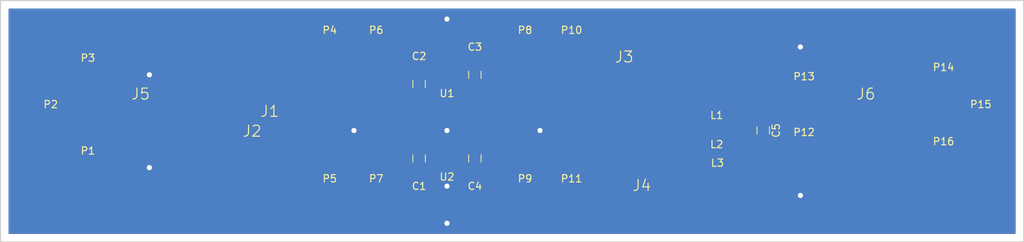
<source format=kicad_pcb>
(kicad_pcb (version 4) (host pcbnew 4.0.4-stable)

  (general
    (links 43)
    (no_connects 5)
    (area 88.824999 87.554999 228.675001 120.725001)
    (thickness 1.6)
    (drawings 6)
    (tracks 104)
    (zones 0)
    (modules 32)
    (nets 11)
  )

  (page A4)
  (layers
    (0 F.Cu signal)
    (31 B.Cu signal)
    (32 B.Adhes user)
    (33 F.Adhes user)
    (34 B.Paste user)
    (35 F.Paste user)
    (36 B.SilkS user)
    (37 F.SilkS user)
    (38 B.Mask user)
    (39 F.Mask user)
    (40 Dwgs.User user)
    (41 Cmts.User user)
    (42 Eco1.User user)
    (43 Eco2.User user)
    (44 Edge.Cuts user)
    (45 Margin user)
    (46 B.CrtYd user)
    (47 F.CrtYd user)
    (48 B.Fab user)
    (49 F.Fab user)
  )

  (setup
    (last_trace_width 0.3)
    (trace_clearance 0.15)
    (zone_clearance 0.204)
    (zone_45_only no)
    (trace_min 0.2)
    (segment_width 0.2)
    (edge_width 0.15)
    (via_size 1.5)
    (via_drill 0.7)
    (via_min_size 0.4)
    (via_min_drill 0.3)
    (uvia_size 0.3)
    (uvia_drill 0.1)
    (uvias_allowed no)
    (uvia_min_size 0.2)
    (uvia_min_drill 0.1)
    (pcb_text_width 0.3)
    (pcb_text_size 1.5 1.5)
    (mod_edge_width 0.15)
    (mod_text_size 1 1)
    (mod_text_width 0.15)
    (pad_size 1.524 1.524)
    (pad_drill 0.762)
    (pad_to_mask_clearance 0.2)
    (aux_axis_origin 0 0)
    (visible_elements 7FFFFFFF)
    (pcbplotparams
      (layerselection 0x01000_80000001)
      (usegerberextensions false)
      (excludeedgelayer true)
      (linewidth 0.100000)
      (plotframeref false)
      (viasonmask false)
      (mode 1)
      (useauxorigin false)
      (hpglpennumber 1)
      (hpglpenspeed 20)
      (hpglpendiameter 15)
      (hpglpenoverlay 2)
      (psnegative false)
      (psa4output false)
      (plotreference true)
      (plotvalue true)
      (plotinvisibletext false)
      (padsonsilk false)
      (subtractmaskfromsilk false)
      (outputformat 1)
      (mirror false)
      (drillshape 0)
      (scaleselection 1)
      (outputdirectory gerber/))
  )

  (net 0 "")
  (net 1 "Net-(C1-Pad1)")
  (net 2 GND)
  (net 3 "Net-(C2-Pad2)")
  (net 4 "Net-(C3-Pad2)")
  (net 5 "Net-(C4-Pad1)")
  (net 6 "Net-(C5-Pad1)")
  (net 7 "Net-(J1-Pad1)")
  (net 8 "Net-(J3-Pad1)")
  (net 9 "Net-(J5-Pad2)")
  (net 10 "Net-(J6-Pad1)")

  (net_class Default "This is the default net class."
    (clearance 0.15)
    (trace_width 0.3)
    (via_dia 1.5)
    (via_drill 0.7)
    (uvia_dia 0.3)
    (uvia_drill 0.1)
    (add_net "Net-(C1-Pad1)")
    (add_net "Net-(C4-Pad1)")
  )

  (net_class Power ""
    (clearance 0.2)
    (trace_width 1)
    (via_dia 1.5)
    (via_drill 0.7)
    (uvia_dia 0.3)
    (uvia_drill 0.1)
    (add_net GND)
    (add_net "Net-(C2-Pad2)")
    (add_net "Net-(C3-Pad2)")
    (add_net "Net-(C5-Pad1)")
    (add_net "Net-(J1-Pad1)")
    (add_net "Net-(J3-Pad1)")
    (add_net "Net-(J5-Pad2)")
    (add_net "Net-(J6-Pad1)")
  )

  (module Capacitors_SMD:C_0805_HandSoldering (layer F.Cu) (tedit 5908917E) (tstamp 59088F20)
    (at 146.05 109.22 90)
    (descr "Capacitor SMD 0805, hand soldering")
    (tags "capacitor 0805")
    (path /5908A277)
    (attr smd)
    (fp_text reference C1 (at -3.81 0 180) (layer F.SilkS)
      (effects (font (size 1 1) (thickness 0.15)))
    )
    (fp_text value 1.0u (at 3.81 0 180) (layer F.Fab)
      (effects (font (size 1 1) (thickness 0.15)))
    )
    (fp_text user %R (at -3.81 0 180) (layer F.Fab)
      (effects (font (size 1 1) (thickness 0.15)))
    )
    (fp_line (start -1 0.62) (end -1 -0.62) (layer F.Fab) (width 0.1))
    (fp_line (start 1 0.62) (end -1 0.62) (layer F.Fab) (width 0.1))
    (fp_line (start 1 -0.62) (end 1 0.62) (layer F.Fab) (width 0.1))
    (fp_line (start -1 -0.62) (end 1 -0.62) (layer F.Fab) (width 0.1))
    (fp_line (start 0.5 -0.85) (end -0.5 -0.85) (layer F.SilkS) (width 0.12))
    (fp_line (start -0.5 0.85) (end 0.5 0.85) (layer F.SilkS) (width 0.12))
    (fp_line (start -2.25 -0.88) (end 2.25 -0.88) (layer F.CrtYd) (width 0.05))
    (fp_line (start -2.25 -0.88) (end -2.25 0.87) (layer F.CrtYd) (width 0.05))
    (fp_line (start 2.25 0.87) (end 2.25 -0.88) (layer F.CrtYd) (width 0.05))
    (fp_line (start 2.25 0.87) (end -2.25 0.87) (layer F.CrtYd) (width 0.05))
    (pad 1 smd rect (at -1.25 0 90) (size 1.5 1.25) (layers F.Cu F.Paste F.Mask)
      (net 1 "Net-(C1-Pad1)"))
    (pad 2 smd rect (at 1.25 0 90) (size 1.5 1.25) (layers F.Cu F.Paste F.Mask)
      (net 2 GND))
    (model Capacitors_SMD.3dshapes/C_0805.wrl
      (at (xyz 0 0 0))
      (scale (xyz 1 1 1))
      (rotate (xyz 0 0 0))
    )
  )

  (module Capacitors_SMD:C_0805_HandSoldering (layer F.Cu) (tedit 5908908E) (tstamp 59088F26)
    (at 146.05 99.06 90)
    (descr "Capacitor SMD 0805, hand soldering")
    (tags "capacitor 0805")
    (path /59086FEB)
    (attr smd)
    (fp_text reference C2 (at 3.81 0 180) (layer F.SilkS)
      (effects (font (size 1 1) (thickness 0.15)))
    )
    (fp_text value 1.0u (at -3.81 0 180) (layer F.Fab)
      (effects (font (size 1 1) (thickness 0.15)))
    )
    (fp_text user %R (at 3.81 0 180) (layer F.Fab)
      (effects (font (size 1 1) (thickness 0.15)))
    )
    (fp_line (start -1 0.62) (end -1 -0.62) (layer F.Fab) (width 0.1))
    (fp_line (start 1 0.62) (end -1 0.62) (layer F.Fab) (width 0.1))
    (fp_line (start 1 -0.62) (end 1 0.62) (layer F.Fab) (width 0.1))
    (fp_line (start -1 -0.62) (end 1 -0.62) (layer F.Fab) (width 0.1))
    (fp_line (start 0.5 -0.85) (end -0.5 -0.85) (layer F.SilkS) (width 0.12))
    (fp_line (start -0.5 0.85) (end 0.5 0.85) (layer F.SilkS) (width 0.12))
    (fp_line (start -2.25 -0.88) (end 2.25 -0.88) (layer F.CrtYd) (width 0.05))
    (fp_line (start -2.25 -0.88) (end -2.25 0.87) (layer F.CrtYd) (width 0.05))
    (fp_line (start 2.25 0.87) (end 2.25 -0.88) (layer F.CrtYd) (width 0.05))
    (fp_line (start 2.25 0.87) (end -2.25 0.87) (layer F.CrtYd) (width 0.05))
    (pad 1 smd rect (at -1.25 0 90) (size 1.5 1.25) (layers F.Cu F.Paste F.Mask)
      (net 2 GND))
    (pad 2 smd rect (at 1.25 0 90) (size 1.5 1.25) (layers F.Cu F.Paste F.Mask)
      (net 3 "Net-(C2-Pad2)"))
    (model Capacitors_SMD.3dshapes/C_0805.wrl
      (at (xyz 0 0 0))
      (scale (xyz 1 1 1))
      (rotate (xyz 0 0 0))
    )
  )

  (module Capacitors_SMD:C_0805_HandSoldering (layer F.Cu) (tedit 5908962D) (tstamp 59088F2C)
    (at 153.67 97.79 270)
    (descr "Capacitor SMD 0805, hand soldering")
    (tags "capacitor 0805")
    (path /5908736E)
    (attr smd)
    (fp_text reference C3 (at -3.81 0 360) (layer F.SilkS)
      (effects (font (size 1 1) (thickness 0.15)))
    )
    (fp_text value 1.0u (at 3.81 0 360) (layer F.Fab)
      (effects (font (size 1 1) (thickness 0.15)))
    )
    (fp_text user %R (at -3.81 0 360) (layer F.Fab)
      (effects (font (size 1 1) (thickness 0.15)))
    )
    (fp_line (start -1 0.62) (end -1 -0.62) (layer F.Fab) (width 0.1))
    (fp_line (start 1 0.62) (end -1 0.62) (layer F.Fab) (width 0.1))
    (fp_line (start 1 -0.62) (end 1 0.62) (layer F.Fab) (width 0.1))
    (fp_line (start -1 -0.62) (end 1 -0.62) (layer F.Fab) (width 0.1))
    (fp_line (start 0.5 -0.85) (end -0.5 -0.85) (layer F.SilkS) (width 0.12))
    (fp_line (start -0.5 0.85) (end 0.5 0.85) (layer F.SilkS) (width 0.12))
    (fp_line (start -2.25 -0.88) (end 2.25 -0.88) (layer F.CrtYd) (width 0.05))
    (fp_line (start -2.25 -0.88) (end -2.25 0.87) (layer F.CrtYd) (width 0.05))
    (fp_line (start 2.25 0.87) (end 2.25 -0.88) (layer F.CrtYd) (width 0.05))
    (fp_line (start 2.25 0.87) (end -2.25 0.87) (layer F.CrtYd) (width 0.05))
    (pad 1 smd rect (at -1.25 0 270) (size 1.5 1.25) (layers F.Cu F.Paste F.Mask)
      (net 2 GND))
    (pad 2 smd rect (at 1.25 0 270) (size 1.5 1.25) (layers F.Cu F.Paste F.Mask)
      (net 4 "Net-(C3-Pad2)"))
    (model Capacitors_SMD.3dshapes/C_0805.wrl
      (at (xyz 0 0 0))
      (scale (xyz 1 1 1))
      (rotate (xyz 0 0 0))
    )
  )

  (module Capacitors_SMD:C_0805_HandSoldering (layer F.Cu) (tedit 59089189) (tstamp 59088F32)
    (at 153.67 109.22 90)
    (descr "Capacitor SMD 0805, hand soldering")
    (tags "capacitor 0805")
    (path /5908B4B6)
    (attr smd)
    (fp_text reference C4 (at -3.81 0 180) (layer F.SilkS)
      (effects (font (size 1 1) (thickness 0.15)))
    )
    (fp_text value 1.0u (at 3.81 0 180) (layer F.Fab)
      (effects (font (size 1 1) (thickness 0.15)))
    )
    (fp_text user %R (at -3.81 0 180) (layer F.Fab)
      (effects (font (size 1 1) (thickness 0.15)))
    )
    (fp_line (start -1 0.62) (end -1 -0.62) (layer F.Fab) (width 0.1))
    (fp_line (start 1 0.62) (end -1 0.62) (layer F.Fab) (width 0.1))
    (fp_line (start 1 -0.62) (end 1 0.62) (layer F.Fab) (width 0.1))
    (fp_line (start -1 -0.62) (end 1 -0.62) (layer F.Fab) (width 0.1))
    (fp_line (start 0.5 -0.85) (end -0.5 -0.85) (layer F.SilkS) (width 0.12))
    (fp_line (start -0.5 0.85) (end 0.5 0.85) (layer F.SilkS) (width 0.12))
    (fp_line (start -2.25 -0.88) (end 2.25 -0.88) (layer F.CrtYd) (width 0.05))
    (fp_line (start -2.25 -0.88) (end -2.25 0.87) (layer F.CrtYd) (width 0.05))
    (fp_line (start 2.25 0.87) (end 2.25 -0.88) (layer F.CrtYd) (width 0.05))
    (fp_line (start 2.25 0.87) (end -2.25 0.87) (layer F.CrtYd) (width 0.05))
    (pad 1 smd rect (at -1.25 0 90) (size 1.5 1.25) (layers F.Cu F.Paste F.Mask)
      (net 5 "Net-(C4-Pad1)"))
    (pad 2 smd rect (at 1.25 0 90) (size 1.5 1.25) (layers F.Cu F.Paste F.Mask)
      (net 2 GND))
    (model Capacitors_SMD.3dshapes/C_0805.wrl
      (at (xyz 0 0 0))
      (scale (xyz 1 1 1))
      (rotate (xyz 0 0 0))
    )
  )

  (module Capacitors_SMD:C_0805_HandSoldering (layer F.Cu) (tedit 58AA84A8) (tstamp 59088F38)
    (at 193.04 105.41 270)
    (descr "Capacitor SMD 0805, hand soldering")
    (tags "capacitor 0805")
    (path /59088105)
    (attr smd)
    (fp_text reference C5 (at 0 -1.75 270) (layer F.SilkS)
      (effects (font (size 1 1) (thickness 0.15)))
    )
    (fp_text value C (at 0 1.75 270) (layer F.Fab)
      (effects (font (size 1 1) (thickness 0.15)))
    )
    (fp_text user %R (at 0 -1.75 270) (layer F.Fab)
      (effects (font (size 1 1) (thickness 0.15)))
    )
    (fp_line (start -1 0.62) (end -1 -0.62) (layer F.Fab) (width 0.1))
    (fp_line (start 1 0.62) (end -1 0.62) (layer F.Fab) (width 0.1))
    (fp_line (start 1 -0.62) (end 1 0.62) (layer F.Fab) (width 0.1))
    (fp_line (start -1 -0.62) (end 1 -0.62) (layer F.Fab) (width 0.1))
    (fp_line (start 0.5 -0.85) (end -0.5 -0.85) (layer F.SilkS) (width 0.12))
    (fp_line (start -0.5 0.85) (end 0.5 0.85) (layer F.SilkS) (width 0.12))
    (fp_line (start -2.25 -0.88) (end 2.25 -0.88) (layer F.CrtYd) (width 0.05))
    (fp_line (start -2.25 -0.88) (end -2.25 0.87) (layer F.CrtYd) (width 0.05))
    (fp_line (start 2.25 0.87) (end 2.25 -0.88) (layer F.CrtYd) (width 0.05))
    (fp_line (start 2.25 0.87) (end -2.25 0.87) (layer F.CrtYd) (width 0.05))
    (pad 1 smd rect (at -1.25 0 270) (size 1.5 1.25) (layers F.Cu F.Paste F.Mask)
      (net 6 "Net-(C5-Pad1)"))
    (pad 2 smd rect (at 1.25 0 270) (size 1.5 1.25) (layers F.Cu F.Paste F.Mask)
      (net 2 GND))
    (model Capacitors_SMD.3dshapes/C_0805.wrl
      (at (xyz 0 0 0))
      (scale (xyz 1 1 1))
      (rotate (xyz 0 0 0))
    )
  )

  (module custom_connectors_smd:proto_header-vt-1x2-2.54mm-G_C__SABN_M30 (layer F.Cu) (tedit 58B0587B) (tstamp 59088F3E)
    (at 124.46 99.06 90)
    (descr "1x2 pin SMD header, G_C_ _SABN-M30, Male, Vertical, Unshrouded, Pitch = 2.54 mm, Pad WxH = 1.4x6.4mm")
    (tags CONN)
    (path /5908EC5E)
    (fp_text reference J1 (at -3.72 1.2 180) (layer F.SilkS)
      (effects (font (size 1.5 1.5) (thickness 0.15)))
    )
    (fp_text value Jumper (at 3.55 1.03 180) (layer F.Fab)
      (effects (font (size 1 1) (thickness 0.15)))
    )
    (fp_line (start -2.54 -4.06) (end 2.54 -4.06) (layer Eco1.User) (width 0.15))
    (fp_line (start 2.54 -4.06) (end 2.54 4.07) (layer Eco1.User) (width 0.15))
    (fp_line (start 2.54 4.07) (end -2.54 4.07) (layer Eco1.User) (width 0.15))
    (fp_line (start -2.54 4.07) (end -2.54 -4.06) (layer Eco1.User) (width 0.15))
    (pad 1 smd rect (at -1.27 -2.56 90) (size 1.4 6.4) (layers F.Cu F.Paste F.Mask Eco1.User)
      (net 7 "Net-(J1-Pad1)"))
    (pad 2 smd rect (at 1.27 2.56 90) (size 1.4 6.4) (layers F.Cu F.Paste F.Mask Eco1.User)
      (net 3 "Net-(C2-Pad2)"))
  )

  (module custom_connectors_smd:proto_header-vt-1x2-2.54mm-G_C__SABN_M30 (layer F.Cu) (tedit 58B0587B) (tstamp 59088F44)
    (at 124.46 109.22 270)
    (descr "1x2 pin SMD header, G_C_ _SABN-M30, Male, Vertical, Unshrouded, Pitch = 2.54 mm, Pad WxH = 1.4x6.4mm")
    (tags CONN)
    (path /5908F079)
    (fp_text reference J2 (at -3.72 1.2 360) (layer F.SilkS)
      (effects (font (size 1.5 1.5) (thickness 0.15)))
    )
    (fp_text value Jumper (at 3.55 1.03 360) (layer F.Fab)
      (effects (font (size 1 1) (thickness 0.15)))
    )
    (fp_line (start -2.54 -4.06) (end 2.54 -4.06) (layer Eco1.User) (width 0.15))
    (fp_line (start 2.54 -4.06) (end 2.54 4.07) (layer Eco1.User) (width 0.15))
    (fp_line (start 2.54 4.07) (end -2.54 4.07) (layer Eco1.User) (width 0.15))
    (fp_line (start -2.54 4.07) (end -2.54 -4.06) (layer Eco1.User) (width 0.15))
    (pad 1 smd rect (at -1.27 -2.56 270) (size 1.4 6.4) (layers F.Cu F.Paste F.Mask Eco1.User)
      (net 1 "Net-(C1-Pad1)"))
    (pad 2 smd rect (at 1.27 2.56 270) (size 1.4 6.4) (layers F.Cu F.Paste F.Mask Eco1.User)
      (net 7 "Net-(J1-Pad1)"))
  )

  (module custom_connectors_smd:proto_header-vt-1x2-2.54mm-G_C__SABN_M30 (layer F.Cu) (tedit 58B0587B) (tstamp 59088F4A)
    (at 175.26 99.06 270)
    (descr "1x2 pin SMD header, G_C_ _SABN-M30, Male, Vertical, Unshrouded, Pitch = 2.54 mm, Pad WxH = 1.4x6.4mm")
    (tags CONN)
    (path /5908F306)
    (fp_text reference J3 (at -3.72 1.2 360) (layer F.SilkS)
      (effects (font (size 1.5 1.5) (thickness 0.15)))
    )
    (fp_text value Jumper (at 3.55 1.03 360) (layer F.Fab)
      (effects (font (size 1 1) (thickness 0.15)))
    )
    (fp_line (start -2.54 -4.06) (end 2.54 -4.06) (layer Eco1.User) (width 0.15))
    (fp_line (start 2.54 -4.06) (end 2.54 4.07) (layer Eco1.User) (width 0.15))
    (fp_line (start 2.54 4.07) (end -2.54 4.07) (layer Eco1.User) (width 0.15))
    (fp_line (start -2.54 4.07) (end -2.54 -4.06) (layer Eco1.User) (width 0.15))
    (pad 1 smd rect (at -1.27 -2.56 270) (size 1.4 6.4) (layers F.Cu F.Paste F.Mask Eco1.User)
      (net 8 "Net-(J3-Pad1)"))
    (pad 2 smd rect (at 1.27 2.56 270) (size 1.4 6.4) (layers F.Cu F.Paste F.Mask Eco1.User)
      (net 4 "Net-(C3-Pad2)"))
  )

  (module custom_connectors_smd:proto_header-vt-1x2-2.54mm-G_C__SABN_M30 (layer F.Cu) (tedit 58B0587B) (tstamp 59088F50)
    (at 175.26 109.22 90)
    (descr "1x2 pin SMD header, G_C_ _SABN-M30, Male, Vertical, Unshrouded, Pitch = 2.54 mm, Pad WxH = 1.4x6.4mm")
    (tags CONN)
    (path /5908F297)
    (fp_text reference J4 (at -3.72 1.2 180) (layer F.SilkS)
      (effects (font (size 1.5 1.5) (thickness 0.15)))
    )
    (fp_text value Jumper (at 3.55 1.03 180) (layer F.Fab)
      (effects (font (size 1 1) (thickness 0.15)))
    )
    (fp_line (start -2.54 -4.06) (end 2.54 -4.06) (layer Eco1.User) (width 0.15))
    (fp_line (start 2.54 -4.06) (end 2.54 4.07) (layer Eco1.User) (width 0.15))
    (fp_line (start 2.54 4.07) (end -2.54 4.07) (layer Eco1.User) (width 0.15))
    (fp_line (start -2.54 4.07) (end -2.54 -4.06) (layer Eco1.User) (width 0.15))
    (pad 1 smd rect (at -1.27 -2.56 90) (size 1.4 6.4) (layers F.Cu F.Paste F.Mask Eco1.User)
      (net 5 "Net-(C4-Pad1)"))
    (pad 2 smd rect (at 1.27 2.56 90) (size 1.4 6.4) (layers F.Cu F.Paste F.Mask Eco1.User)
      (net 8 "Net-(J3-Pad1)"))
  )

  (module custom_connectors_smd:proto_header-vt-1x2-2.54mm-G_C__SABN_M30 (layer F.Cu) (tedit 58B0587B) (tstamp 59088F56)
    (at 109.22 104.14 270)
    (descr "1x2 pin SMD header, G_C_ _SABN-M30, Male, Vertical, Unshrouded, Pitch = 2.54 mm, Pad WxH = 1.4x6.4mm")
    (tags CONN)
    (path /59086A1D)
    (fp_text reference J5 (at -3.72 1.2 360) (layer F.SilkS)
      (effects (font (size 1.5 1.5) (thickness 0.15)))
    )
    (fp_text value Jumper (at 3.55 1.03 360) (layer F.Fab)
      (effects (font (size 1 1) (thickness 0.15)))
    )
    (fp_line (start -2.54 -4.06) (end 2.54 -4.06) (layer Eco1.User) (width 0.15))
    (fp_line (start 2.54 -4.06) (end 2.54 4.07) (layer Eco1.User) (width 0.15))
    (fp_line (start 2.54 4.07) (end -2.54 4.07) (layer Eco1.User) (width 0.15))
    (fp_line (start -2.54 4.07) (end -2.54 -4.06) (layer Eco1.User) (width 0.15))
    (pad 1 smd rect (at -1.27 -2.56 270) (size 1.4 6.4) (layers F.Cu F.Paste F.Mask Eco1.User)
      (net 7 "Net-(J1-Pad1)"))
    (pad 2 smd rect (at 1.27 2.56 270) (size 1.4 6.4) (layers F.Cu F.Paste F.Mask Eco1.User)
      (net 9 "Net-(J5-Pad2)"))
  )

  (module custom_connectors_smd:proto_header-vt-1x2-2.54mm-G_C__SABN_M30 (layer F.Cu) (tedit 58B0587B) (tstamp 59088F5C)
    (at 208.28 104.14 270)
    (descr "1x2 pin SMD header, G_C_ _SABN-M30, Male, Vertical, Unshrouded, Pitch = 2.54 mm, Pad WxH = 1.4x6.4mm")
    (tags CONN)
    (path /590882CB)
    (fp_text reference J6 (at -3.72 1.2 360) (layer F.SilkS)
      (effects (font (size 1.5 1.5) (thickness 0.15)))
    )
    (fp_text value Jumper (at 3.55 1.03 360) (layer F.Fab)
      (effects (font (size 1 1) (thickness 0.15)))
    )
    (fp_line (start -2.54 -4.06) (end 2.54 -4.06) (layer Eco1.User) (width 0.15))
    (fp_line (start 2.54 -4.06) (end 2.54 4.07) (layer Eco1.User) (width 0.15))
    (fp_line (start 2.54 4.07) (end -2.54 4.07) (layer Eco1.User) (width 0.15))
    (fp_line (start -2.54 4.07) (end -2.54 -4.06) (layer Eco1.User) (width 0.15))
    (pad 1 smd rect (at -1.27 -2.56 270) (size 1.4 6.4) (layers F.Cu F.Paste F.Mask Eco1.User)
      (net 10 "Net-(J6-Pad1)"))
    (pad 2 smd rect (at 1.27 2.56 270) (size 1.4 6.4) (layers F.Cu F.Paste F.Mask Eco1.User)
      (net 6 "Net-(C5-Pad1)"))
  )

  (module custom_inductors_smd:proto_inductor-smd_1210 (layer F.Cu) (tedit 58F9CC61) (tstamp 59088F62)
    (at 186.69 100.33)
    (path /59087EC0)
    (fp_text reference L1 (at 0 3) (layer F.SilkS)
      (effects (font (size 1 1) (thickness 0.15)))
    )
    (fp_text value L_Small (at 0 -3) (layer F.Fab)
      (effects (font (size 1 1) (thickness 0.15)))
    )
    (pad 2 smd rect (at 1.275 0) (size 0.85 2.7) (layers F.Cu F.Paste F.Mask)
      (net 6 "Net-(C5-Pad1)"))
    (pad 1 smd rect (at -1.275 0) (size 0.85 2.7) (layers F.Cu F.Paste F.Mask)
      (net 8 "Net-(J3-Pad1)"))
  )

  (module custom_inductors_smd:proto_inductor-smd_0805 (layer F.Cu) (tedit 58F9C653) (tstamp 59088F68)
    (at 186.69 104.14)
    (path /59087C79)
    (fp_text reference L2 (at 0 3.175) (layer F.SilkS)
      (effects (font (size 1 1) (thickness 0.15)))
    )
    (fp_text value L_Small (at 0 -3.175) (layer F.Fab)
      (effects (font (size 1 1) (thickness 0.15)))
    )
    (pad 2 smd rect (at 0.9 0) (size 0.8 1.2) (layers F.Cu F.Paste F.Mask)
      (net 6 "Net-(C5-Pad1)"))
    (pad 1 smd rect (at -0.9 0) (size 0.8 1.2) (layers F.Cu F.Paste F.Mask)
      (net 8 "Net-(J3-Pad1)"))
  )

  (module custom_inductors_smd:proto_inductor-smd_1008 (layer F.Cu) (tedit 58F9C7DD) (tstamp 59088F6E)
    (at 186.69 107.95)
    (path /59087E86)
    (fp_text reference L3 (at 0.1 1.9) (layer F.SilkS)
      (effects (font (size 1 1) (thickness 0.15)))
    )
    (fp_text value L_Small (at 0 -2) (layer F.Fab)
      (effects (font (size 1 1) (thickness 0.15)))
    )
    (pad 2 smd rect (at 1.275 0) (size 1.2 1.75) (layers F.Cu F.Paste F.Mask)
      (net 6 "Net-(C5-Pad1)"))
    (pad 1 smd rect (at -1.275 0) (size 1.2 1.75) (layers F.Cu F.Paste F.Mask)
      (net 8 "Net-(J3-Pad1)"))
  )

  (module custom_connectors_smd:proto_pad-square-3mm (layer F.Cu) (tedit 58B01219) (tstamp 59088F73)
    (at 100.33 110.49)
    (descr "3 mm square SMD Pad e.g. for soldering wires ")
    (tags CONN)
    (path /59097612)
    (fp_text reference P1 (at 0.5 -2.3) (layer F.SilkS)
      (effects (font (size 1 1) (thickness 0.15)))
    )
    (fp_text value VIN (at 0.1 2.1) (layer F.Fab)
      (effects (font (size 0.5 0.5) (thickness 0.1)))
    )
    (pad 1 smd rect (at 0 0) (size 3 3) (layers F.Cu F.Paste F.Mask)
      (net 9 "Net-(J5-Pad2)"))
  )

  (module custom_connectors_smd:proto_pad-square-3mm (layer F.Cu) (tedit 58B01219) (tstamp 59088F78)
    (at 95.25 104.14)
    (descr "3 mm square SMD Pad e.g. for soldering wires ")
    (tags CONN)
    (path /590869B1)
    (fp_text reference P2 (at 0.5 -2.3) (layer F.SilkS)
      (effects (font (size 1 1) (thickness 0.15)))
    )
    (fp_text value VIN (at 0.1 2.1) (layer F.Fab)
      (effects (font (size 0.5 0.5) (thickness 0.1)))
    )
    (pad 1 smd rect (at 0 0) (size 3 3) (layers F.Cu F.Paste F.Mask)
      (net 9 "Net-(J5-Pad2)"))
  )

  (module custom_connectors_smd:proto_pad-square-3mm (layer F.Cu) (tedit 58B01219) (tstamp 59088F7D)
    (at 100.33 97.79)
    (descr "3 mm square SMD Pad e.g. for soldering wires ")
    (tags CONN)
    (path /590867A8)
    (fp_text reference P3 (at 0.5 -2.3) (layer F.SilkS)
      (effects (font (size 1 1) (thickness 0.15)))
    )
    (fp_text value VIN (at 0.1 2.1) (layer F.Fab)
      (effects (font (size 0.5 0.5) (thickness 0.1)))
    )
    (pad 1 smd rect (at 0 0) (size 3 3) (layers F.Cu F.Paste F.Mask)
      (net 9 "Net-(J5-Pad2)"))
  )

  (module custom_connectors_smd:proto_pad-square-3mm (layer F.Cu) (tedit 58B01219) (tstamp 59088F82)
    (at 133.35 93.98)
    (descr "3 mm square SMD Pad e.g. for soldering wires ")
    (tags CONN)
    (path /590938B3)
    (fp_text reference P4 (at 0.5 -2.3) (layer F.SilkS)
      (effects (font (size 1 1) (thickness 0.15)))
    )
    (fp_text value TEST_VIN_1_1 (at 0.1 2.1) (layer F.Fab)
      (effects (font (size 0.5 0.5) (thickness 0.1)))
    )
    (pad 1 smd rect (at 0 0) (size 3 3) (layers F.Cu F.Paste F.Mask)
      (net 3 "Net-(C2-Pad2)"))
  )

  (module custom_connectors_smd:proto_pad-square-3mm (layer F.Cu) (tedit 58B01219) (tstamp 59088F87)
    (at 133.35 114.3)
    (descr "3 mm square SMD Pad e.g. for soldering wires ")
    (tags CONN)
    (path /5909391E)
    (fp_text reference P5 (at 0.5 -2.3) (layer F.SilkS)
      (effects (font (size 1 1) (thickness 0.15)))
    )
    (fp_text value TEST_VIN_2_1 (at 0.1 2.1) (layer F.Fab)
      (effects (font (size 0.5 0.5) (thickness 0.1)))
    )
    (pad 1 smd rect (at 0 0) (size 3 3) (layers F.Cu F.Paste F.Mask)
      (net 1 "Net-(C1-Pad1)"))
  )

  (module custom_connectors_smd:proto_pad-square-3mm (layer F.Cu) (tedit 58B01219) (tstamp 59088F8C)
    (at 139.7 93.98)
    (descr "3 mm square SMD Pad e.g. for soldering wires ")
    (tags CONN)
    (path /590875BE)
    (fp_text reference P6 (at 0.5 -2.3) (layer F.SilkS)
      (effects (font (size 1 1) (thickness 0.15)))
    )
    (fp_text value TEST_VIN_1_1 (at 0.1 2.1) (layer F.Fab)
      (effects (font (size 0.5 0.5) (thickness 0.1)))
    )
    (pad 1 smd rect (at 0 0) (size 3 3) (layers F.Cu F.Paste F.Mask)
      (net 3 "Net-(C2-Pad2)"))
  )

  (module custom_connectors_smd:proto_pad-square-3mm (layer F.Cu) (tedit 58B01219) (tstamp 59088F91)
    (at 139.7 114.3)
    (descr "3 mm square SMD Pad e.g. for soldering wires ")
    (tags CONN)
    (path /5908AA40)
    (fp_text reference P7 (at 0.5 -2.3) (layer F.SilkS)
      (effects (font (size 1 1) (thickness 0.15)))
    )
    (fp_text value TEST_VIN_2_2 (at 0.1 2.1) (layer F.Fab)
      (effects (font (size 0.5 0.5) (thickness 0.1)))
    )
    (pad 1 smd rect (at 0 0) (size 3 3) (layers F.Cu F.Paste F.Mask)
      (net 1 "Net-(C1-Pad1)"))
  )

  (module custom_connectors_smd:proto_pad-square-3mm (layer F.Cu) (tedit 58B01219) (tstamp 59088F96)
    (at 160.02 93.98)
    (descr "3 mm square SMD Pad e.g. for soldering wires ")
    (tags CONN)
    (path /590878DE)
    (fp_text reference P8 (at 0.5 -2.3) (layer F.SilkS)
      (effects (font (size 1 1) (thickness 0.15)))
    )
    (fp_text value TEST_VOUT_1_1 (at 0.1 2.1) (layer F.Fab)
      (effects (font (size 0.5 0.5) (thickness 0.1)))
    )
    (pad 1 smd rect (at 0 0) (size 3 3) (layers F.Cu F.Paste F.Mask)
      (net 4 "Net-(C3-Pad2)"))
  )

  (module custom_connectors_smd:proto_pad-square-3mm (layer F.Cu) (tedit 58B01219) (tstamp 59088F9B)
    (at 160.02 114.3)
    (descr "3 mm square SMD Pad e.g. for soldering wires ")
    (tags CONN)
    (path /5908B6A2)
    (fp_text reference P9 (at 0.5 -2.3) (layer F.SilkS)
      (effects (font (size 1 1) (thickness 0.15)))
    )
    (fp_text value TEST_VOUT_2_1 (at 0.1 2.1) (layer F.Fab)
      (effects (font (size 0.5 0.5) (thickness 0.1)))
    )
    (pad 1 smd rect (at 0 0) (size 3 3) (layers F.Cu F.Paste F.Mask)
      (net 5 "Net-(C4-Pad1)"))
  )

  (module custom_connectors_smd:proto_pad-square-3mm (layer F.Cu) (tedit 58B01219) (tstamp 59088FA0)
    (at 166.37 93.98)
    (descr "3 mm square SMD Pad e.g. for soldering wires ")
    (tags CONN)
    (path /59094364)
    (fp_text reference P10 (at 0.5 -2.3) (layer F.SilkS)
      (effects (font (size 1 1) (thickness 0.15)))
    )
    (fp_text value TEST_VOUT_1_2 (at 0.1 2.1) (layer F.Fab)
      (effects (font (size 0.5 0.5) (thickness 0.1)))
    )
    (pad 1 smd rect (at 0 0) (size 3 3) (layers F.Cu F.Paste F.Mask)
      (net 4 "Net-(C3-Pad2)"))
  )

  (module custom_connectors_smd:proto_pad-square-3mm (layer F.Cu) (tedit 58B01219) (tstamp 59088FA5)
    (at 166.37 114.3)
    (descr "3 mm square SMD Pad e.g. for soldering wires ")
    (tags CONN)
    (path /59094D1A)
    (fp_text reference P11 (at 0.5 -2.3) (layer F.SilkS)
      (effects (font (size 1 1) (thickness 0.15)))
    )
    (fp_text value TEST_VOUT_2_2 (at 0.1 2.1) (layer F.Fab)
      (effects (font (size 0.5 0.5) (thickness 0.1)))
    )
    (pad 1 smd rect (at 0 0) (size 3 3) (layers F.Cu F.Paste F.Mask)
      (net 5 "Net-(C4-Pad1)"))
  )

  (module custom_connectors_smd:proto_pad-square-3mm (layer F.Cu) (tedit 58B01219) (tstamp 59088FAA)
    (at 198.12 107.95)
    (descr "3 mm square SMD Pad e.g. for soldering wires ")
    (tags CONN)
    (path /5908799E)
    (fp_text reference P12 (at 0.5 -2.3) (layer F.SilkS)
      (effects (font (size 1 1) (thickness 0.15)))
    )
    (fp_text value TEST_VOUT_3 (at 0.1 2.1) (layer F.Fab)
      (effects (font (size 0.5 0.5) (thickness 0.1)))
    )
    (pad 1 smd rect (at 0 0) (size 3 3) (layers F.Cu F.Paste F.Mask)
      (net 6 "Net-(C5-Pad1)"))
  )

  (module custom_connectors_smd:proto_pad-square-3mm (layer F.Cu) (tedit 58B01219) (tstamp 59088FAF)
    (at 198.12 100.33)
    (descr "3 mm square SMD Pad e.g. for soldering wires ")
    (tags CONN)
    (path /59095F34)
    (fp_text reference P13 (at 0.5 -2.3) (layer F.SilkS)
      (effects (font (size 1 1) (thickness 0.15)))
    )
    (fp_text value TEST_VOUT_3 (at 0.1 2.1) (layer F.Fab)
      (effects (font (size 0.5 0.5) (thickness 0.1)))
    )
    (pad 1 smd rect (at 0 0) (size 3 3) (layers F.Cu F.Paste F.Mask)
      (net 6 "Net-(C5-Pad1)"))
  )

  (module custom_connectors_smd:proto_pad-square-3mm (layer F.Cu) (tedit 58B01219) (tstamp 59088FB4)
    (at 217.17 99.06)
    (descr "3 mm square SMD Pad e.g. for soldering wires ")
    (tags CONN)
    (path /5908868D)
    (fp_text reference P14 (at 0.5 -2.3) (layer F.SilkS)
      (effects (font (size 1 1) (thickness 0.15)))
    )
    (fp_text value VOUT (at 0.1 2.1) (layer F.Fab)
      (effects (font (size 0.5 0.5) (thickness 0.1)))
    )
    (pad 1 smd rect (at 0 0) (size 3 3) (layers F.Cu F.Paste F.Mask)
      (net 10 "Net-(J6-Pad1)"))
  )

  (module custom_connectors_smd:proto_pad-square-3mm (layer F.Cu) (tedit 58B01219) (tstamp 59088FB9)
    (at 222.25 104.14)
    (descr "3 mm square SMD Pad e.g. for soldering wires ")
    (tags CONN)
    (path /590886DB)
    (fp_text reference P15 (at 0.5 -2.3) (layer F.SilkS)
      (effects (font (size 1 1) (thickness 0.15)))
    )
    (fp_text value VOUT (at 0.1 2.1) (layer F.Fab)
      (effects (font (size 0.5 0.5) (thickness 0.1)))
    )
    (pad 1 smd rect (at 0 0) (size 3 3) (layers F.Cu F.Paste F.Mask)
      (net 10 "Net-(J6-Pad1)"))
  )

  (module custom_connectors_smd:proto_pad-square-3mm (layer F.Cu) (tedit 58B01219) (tstamp 59088FBE)
    (at 217.17 109.22)
    (descr "3 mm square SMD Pad e.g. for soldering wires ")
    (tags CONN)
    (path /59088981)
    (fp_text reference P16 (at 0.5 -2.3) (layer F.SilkS)
      (effects (font (size 1 1) (thickness 0.15)))
    )
    (fp_text value VOUT (at 0.1 2.1) (layer F.Fab)
      (effects (font (size 0.5 0.5) (thickness 0.1)))
    )
    (pad 1 smd rect (at 0 0) (size 3 3) (layers F.Cu F.Paste F.Mask)
      (net 10 "Net-(J6-Pad1)"))
  )

  (module custom_amplifiers_smd:proto_amp-sii_s_1206_SOT_23 (layer F.Cu) (tedit 5908963B) (tstamp 59088FC9)
    (at 149.86 97.79 90)
    (path /590863FF)
    (fp_text reference U1 (at -2.54 0 180) (layer F.SilkS)
      (effects (font (size 1 1) (thickness 0.15)))
    )
    (fp_text value S-1206-SOT (at 5.08 0 180) (layer F.Fab)
      (effects (font (size 1 1) (thickness 0.15)))
    )
    (fp_line (start -1.45 0.8) (end -1.45 -0.8) (layer Eco1.User) (width 0.15))
    (fp_line (start -1.45 -0.8) (end 1.45 -0.8) (layer Eco1.User) (width 0.15))
    (fp_line (start 1.45 -0.8) (end 1.45 0.8) (layer Eco1.User) (width 0.15))
    (fp_line (start 1.45 0.8) (end -1.45 0.8) (layer Eco1.User) (width 0.15))
    (pad 2 smd rect (at -0.95 1.3 90) (size 0.8 1) (layers F.Cu F.Paste F.Mask)
      (net 4 "Net-(C3-Pad2)"))
    (pad 3 smd rect (at 0.95 1.3 90) (size 0.8 1) (layers F.Cu F.Paste F.Mask)
      (net 2 GND))
    (pad 1 smd rect (at 0 -1.3 90) (size 0.8 1) (layers F.Cu F.Paste F.Mask)
      (net 3 "Net-(C2-Pad2)"))
  )

  (module custom_amplifiers_smd:proto_amp-sii_s_1206_SNT_6A (layer F.Cu) (tedit 5908961A) (tstamp 59088FD7)
    (at 149.86 109.22 90)
    (path /590863C4)
    (fp_text reference U2 (at -2.54 0 180) (layer F.SilkS)
      (effects (font (size 1 1) (thickness 0.15)))
    )
    (fp_text value S-1206-SNT (at -6.35 0 180) (layer F.Fab)
      (effects (font (size 1 1) (thickness 0.15)))
    )
    (fp_line (start -0.79 0.8) (end -0.79 -0.8) (layer Eco1.User) (width 0.15))
    (fp_line (start -0.79 -0.8) (end 0.78 -0.8) (layer Eco1.User) (width 0.15))
    (fp_line (start 0.78 -0.8) (end 0.78 0.8) (layer Eco1.User) (width 0.15))
    (fp_line (start 0.78 0.8) (end -0.79 0.8) (layer Eco1.User) (width 0.15))
    (pad 3 smd rect (at 0.5 0.94 90) (size 0.3 0.52) (layers F.Cu F.Paste F.Mask)
      (net 2 GND))
    (pad 2 smd rect (at 0 0.94 90) (size 0.3 0.52) (layers F.Cu F.Paste F.Mask)
      (net 1 "Net-(C1-Pad1)"))
    (pad 1 smd rect (at -0.5 0.94 90) (size 0.3 0.52) (layers F.Cu F.Paste F.Mask)
      (net 5 "Net-(C4-Pad1)"))
    (pad 6 smd rect (at 0.5 -0.94 90) (size 0.3 0.52) (layers F.Cu F.Paste F.Mask)
      (net 2 GND))
    (pad 5 smd rect (at 0 -0.94 90) (size 0.3 0.52) (layers F.Cu F.Paste F.Mask)
      (net 1 "Net-(C1-Pad1)"))
    (pad 4 smd rect (at -0.5 -0.94 90) (size 0.3 0.52) (layers F.Cu F.Paste F.Mask)
      (net 2 GND))
  )

  (gr_line (start 88.9 120.65) (end 88.9 104.14) (angle 90) (layer Edge.Cuts) (width 0.15))
  (gr_line (start 228.6 120.65) (end 88.9 120.65) (angle 90) (layer Edge.Cuts) (width 0.15))
  (gr_line (start 228.6 87.63) (end 228.6 120.65) (angle 90) (layer Edge.Cuts) (width 0.15))
  (gr_line (start 88.9 87.63) (end 228.6 87.63) (angle 90) (layer Edge.Cuts) (width 0.15))
  (gr_line (start 88.9 88.9) (end 88.9 87.63) (angle 90) (layer Edge.Cuts) (width 0.15))
  (gr_line (start 88.9 104.14) (end 88.9 88.9) (angle 90) (layer Edge.Cuts) (width 0.15))

  (via (at 149.86 90.17) (size 1.5) (drill 0.7) (layers F.Cu B.Cu) (net 0))
  (via (at 149.86 118.11) (size 1.5) (drill 0.7) (layers F.Cu B.Cu) (net 0))
  (via (at 198.12 114.3) (size 1.5) (drill 0.7) (layers F.Cu B.Cu) (net 0))
  (via (at 198.12 93.98) (size 1.5) (drill 0.7) (layers F.Cu B.Cu) (net 0))
  (via (at 109.22 110.49) (size 1.5) (drill 0.7) (layers F.Cu B.Cu) (net 0))
  (via (at 109.22 97.79) (size 1.5) (drill 0.7) (layers F.Cu B.Cu) (net 0))
  (via (at 162.56 105.41) (size 1.5) (drill 0.7) (layers F.Cu B.Cu) (net 0))
  (via (at 137.16 105.41) (size 1.5) (drill 0.7) (layers F.Cu B.Cu) (net 0))
  (via (at 149.86 113.03) (size 1.5) (drill 0.7) (layers F.Cu B.Cu) (net 0))
  (via (at 149.86 105.41) (size 1.5) (drill 0.7) (layers F.Cu B.Cu) (net 0))
  (segment (start 148.92 109.22) (end 150.8 109.22) (width 0.3) (layer F.Cu) (net 1))
  (segment (start 148.92 109.22) (end 147.32 109.22) (width 0.3) (layer F.Cu) (net 1))
  (segment (start 147.32 109.22) (end 146.07 110.47) (width 0.3) (layer F.Cu) (net 1) (tstamp 59089B4D))
  (segment (start 146.07 110.47) (end 146.05 110.47) (width 0.3) (layer F.Cu) (net 1) (tstamp 59089B4E))
  (segment (start 133.35 114.3) (end 133.35 110.53) (width 1) (layer F.Cu) (net 1))
  (segment (start 133.35 110.53) (end 133.37 110.51) (width 1) (layer F.Cu) (net 1) (tstamp 5908949F))
  (segment (start 139.7 114.3) (end 139.7 110.51) (width 1) (layer F.Cu) (net 1))
  (segment (start 139.7 110.51) (end 139.7 110.49) (width 1) (layer F.Cu) (net 1) (tstamp 5908949A))
  (segment (start 139.7 110.49) (end 139.7 110.51) (width 1) (layer F.Cu) (net 1) (tstamp 5908949C))
  (segment (start 127.02 107.95) (end 130.81 107.95) (width 1) (layer F.Cu) (net 1))
  (segment (start 133.37 110.51) (end 139.7 110.51) (width 1) (layer F.Cu) (net 1) (tstamp 59089496))
  (segment (start 139.7 110.51) (end 146.05 110.51) (width 1) (layer F.Cu) (net 1) (tstamp 5908949D))
  (segment (start 130.81 107.95) (end 133.37 110.51) (width 1) (layer F.Cu) (net 1) (tstamp 59089491))
  (segment (start 127.02 107.95) (end 127.02 107.97) (width 1) (layer F.Cu) (net 1))
  (segment (start 151.16 96.84) (end 153.37 96.84) (width 1) (layer F.Cu) (net 2))
  (segment (start 153.37 96.84) (end 153.67 96.54) (width 1) (layer F.Cu) (net 2) (tstamp 5908958B))
  (segment (start 146.05 97.81) (end 148.54 97.81) (width 1) (layer F.Cu) (net 3))
  (segment (start 148.54 97.81) (end 148.56 97.79) (width 1) (layer F.Cu) (net 3) (tstamp 590894A9))
  (segment (start 133.35 93.98) (end 133.35 97.79) (width 1) (layer F.Cu) (net 3))
  (segment (start 139.7 93.98) (end 139.7 97.79) (width 1) (layer F.Cu) (net 3))
  (segment (start 127.02 97.79) (end 133.35 97.79) (width 1) (layer F.Cu) (net 3))
  (segment (start 133.35 97.79) (end 139.7 97.79) (width 1) (layer F.Cu) (net 3) (tstamp 5908948E))
  (segment (start 139.7 97.79) (end 146.03 97.79) (width 1) (layer F.Cu) (net 3) (tstamp 5908948A))
  (segment (start 146.03 97.79) (end 146.05 97.81) (width 1) (layer F.Cu) (net 3) (tstamp 59089484))
  (segment (start 127.02 97.79) (end 129.54 97.79) (width 1) (layer F.Cu) (net 3))
  (segment (start 151.16 98.74) (end 153.37 98.74) (width 1) (layer F.Cu) (net 4))
  (segment (start 153.37 98.74) (end 153.67 99.04) (width 1) (layer F.Cu) (net 4) (tstamp 590894EA))
  (segment (start 160.02 93.98) (end 160.02 99.04) (width 1) (layer F.Cu) (net 4))
  (segment (start 160.02 99.04) (end 160.02 99.06) (width 1) (layer F.Cu) (net 4) (tstamp 590894D4))
  (segment (start 160.02 99.06) (end 160.02 99.04) (width 1) (layer F.Cu) (net 4) (tstamp 590894D6))
  (segment (start 166.35 99.04) (end 166.35 94) (width 1) (layer F.Cu) (net 4))
  (segment (start 166.35 94) (end 166.37 93.98) (width 1) (layer F.Cu) (net 4) (tstamp 590894D1))
  (segment (start 153.67 99.04) (end 160.02 99.04) (width 1) (layer F.Cu) (net 4))
  (segment (start 160.02 99.04) (end 166.35 99.04) (width 1) (layer F.Cu) (net 4) (tstamp 590894D7))
  (segment (start 167.64 100.33) (end 172.7 100.33) (width 1) (layer F.Cu) (net 4) (tstamp 590894CE))
  (segment (start 166.35 99.04) (end 167.64 100.33) (width 1) (layer F.Cu) (net 4) (tstamp 590894C9))
  (segment (start 150.8 109.72) (end 150.8 110.16) (width 0.3) (layer F.Cu) (net 5))
  (segment (start 151.11 110.47) (end 153.67 110.47) (width 0.3) (layer F.Cu) (net 5) (tstamp 59089B49))
  (segment (start 150.8 110.16) (end 151.11 110.47) (width 0.3) (layer F.Cu) (net 5) (tstamp 59089B46))
  (segment (start 166.37 114.3) (end 166.37 110.51) (width 1) (layer F.Cu) (net 5))
  (segment (start 166.37 110.51) (end 166.37 110.49) (width 1) (layer F.Cu) (net 5) (tstamp 590894E1))
  (segment (start 166.37 110.49) (end 166.37 110.51) (width 1) (layer F.Cu) (net 5) (tstamp 590894E3))
  (segment (start 160.02 114.3) (end 160.02 110.51) (width 1) (layer F.Cu) (net 5))
  (segment (start 160.02 110.51) (end 160.02 110.49) (width 1) (layer F.Cu) (net 5) (tstamp 590894DC))
  (segment (start 160.02 110.49) (end 160.02 110.51) (width 1) (layer F.Cu) (net 5) (tstamp 590894DE))
  (segment (start 153.67 110.51) (end 160.02 110.51) (width 1) (layer F.Cu) (net 5))
  (segment (start 160.02 110.51) (end 166.37 110.51) (width 1) (layer F.Cu) (net 5) (tstamp 590894DF))
  (segment (start 166.37 110.51) (end 172.68 110.51) (width 1) (layer F.Cu) (net 5) (tstamp 590894E4))
  (segment (start 172.68 110.51) (end 172.7 110.49) (width 1) (layer F.Cu) (net 5) (tstamp 590894D9))
  (segment (start 198.12 104.16) (end 198.12 100.33) (width 1) (layer F.Cu) (net 6))
  (segment (start 198.12 107.95) (end 198.12 104.16) (width 1) (layer F.Cu) (net 6))
  (segment (start 198.12 104.16) (end 198.12 104.14) (width 1) (layer F.Cu) (net 6) (tstamp 5908952E))
  (segment (start 198.12 104.14) (end 198.12 104.16) (width 1) (layer F.Cu) (net 6) (tstamp 59089530))
  (segment (start 193.04 104.16) (end 198.12 104.16) (width 1) (layer F.Cu) (net 6))
  (segment (start 198.12 104.16) (end 199.37 104.16) (width 1) (layer F.Cu) (net 6) (tstamp 59089531))
  (segment (start 200.62 105.41) (end 205.72 105.41) (width 1) (layer F.Cu) (net 6) (tstamp 5908952B))
  (segment (start 199.37 104.16) (end 200.62 105.41) (width 1) (layer F.Cu) (net 6) (tstamp 5908952A))
  (segment (start 193.04 104.16) (end 187.965 104.16) (width 1) (layer F.Cu) (net 6))
  (segment (start 187.965 104.16) (end 187.965 104.515) (width 1) (layer F.Cu) (net 6) (tstamp 5908951D))
  (segment (start 187.965 104.515) (end 187.59 104.14) (width 1) (layer F.Cu) (net 6) (tstamp 5908951F))
  (segment (start 187.965 100.33) (end 187.965 104.515) (width 1) (layer F.Cu) (net 6))
  (segment (start 187.965 104.515) (end 187.59 104.14) (width 1) (layer F.Cu) (net 6) (tstamp 5908951A))
  (segment (start 187.965 107.95) (end 187.965 104.515) (width 1) (layer F.Cu) (net 6))
  (segment (start 187.965 104.515) (end 187.96 104.51) (width 1) (layer F.Cu) (net 6) (tstamp 5908950F))
  (segment (start 187.96 104.51) (end 187.96 104.14) (width 1) (layer F.Cu) (net 6) (tstamp 59089512))
  (segment (start 187.96 104.14) (end 187.59 104.14) (width 1) (layer F.Cu) (net 6) (tstamp 59089515))
  (segment (start 121.92 104.14) (end 121.92 100.35) (width 1) (layer F.Cu) (net 7))
  (segment (start 121.92 100.35) (end 121.9 100.33) (width 1) (layer F.Cu) (net 7) (tstamp 5908946F))
  (segment (start 111.78 102.87) (end 115.57 102.87) (width 1) (layer F.Cu) (net 7))
  (segment (start 121.9 104.16) (end 121.9 110.49) (width 1) (layer F.Cu) (net 7) (tstamp 5908946C))
  (segment (start 121.92 104.14) (end 121.9 104.16) (width 1) (layer F.Cu) (net 7) (tstamp 5908946B))
  (segment (start 116.84 104.14) (end 121.92 104.14) (width 1) (layer F.Cu) (net 7) (tstamp 5908946A))
  (segment (start 115.57 102.87) (end 116.84 104.14) (width 1) (layer F.Cu) (net 7) (tstamp 59089466))
  (segment (start 185.415 100.33) (end 185.415 104.14) (width 1) (layer F.Cu) (net 8))
  (segment (start 185.415 104.14) (end 185.79 104.14) (width 1) (layer F.Cu) (net 8) (tstamp 5908950C))
  (segment (start 185.415 107.95) (end 185.415 104.14) (width 1) (layer F.Cu) (net 8))
  (segment (start 185.415 104.14) (end 185.79 104.14) (width 1) (layer F.Cu) (net 8) (tstamp 59089503))
  (segment (start 177.82 97.79) (end 177.82 102.89) (width 1) (layer F.Cu) (net 8))
  (segment (start 177.82 102.89) (end 179.07 104.14) (width 1) (layer F.Cu) (net 8) (tstamp 590894FF))
  (segment (start 177.82 107.95) (end 177.82 105.39) (width 1) (layer F.Cu) (net 8))
  (segment (start 179.07 104.14) (end 185.79 104.14) (width 1) (layer F.Cu) (net 8) (tstamp 590894FB))
  (segment (start 177.82 105.39) (end 179.07 104.14) (width 1) (layer F.Cu) (net 8) (tstamp 590894FA))
  (segment (start 100.33 104.14) (end 100.33 110.49) (width 1) (layer F.Cu) (net 9))
  (segment (start 100.33 104.14) (end 100.33 97.79) (width 1) (layer F.Cu) (net 9))
  (segment (start 95.25 104.14) (end 100.33 104.14) (width 1) (layer F.Cu) (net 9))
  (segment (start 100.33 104.14) (end 101.6 104.14) (width 1) (layer F.Cu) (net 9) (tstamp 59089460))
  (segment (start 102.87 105.41) (end 106.66 105.41) (width 1) (layer F.Cu) (net 9) (tstamp 5908945C))
  (segment (start 101.6 104.14) (end 102.87 105.41) (width 1) (layer F.Cu) (net 9) (tstamp 5908945A))
  (segment (start 217.17 104.14) (end 217.17 109.22) (width 1) (layer F.Cu) (net 10))
  (segment (start 217.17 104.14) (end 217.17 99.06) (width 1) (layer F.Cu) (net 10))
  (segment (start 210.84 102.87) (end 214.63 102.87) (width 1) (layer F.Cu) (net 10))
  (segment (start 215.9 104.14) (end 217.17 104.14) (width 1) (layer F.Cu) (net 10) (tstamp 59089550))
  (segment (start 217.17 104.14) (end 222.25 104.14) (width 1) (layer F.Cu) (net 10) (tstamp 59089553))
  (segment (start 214.63 102.87) (end 215.9 104.14) (width 1) (layer F.Cu) (net 10) (tstamp 5908954F))

  (zone (net 2) (net_name GND) (layer B.Cu) (tstamp 5908A4DE) (hatch edge 0.508)
    (connect_pads (clearance 1.016))
    (min_thickness 0.254)
    (fill yes (arc_segments 16) (thermal_gap 0.204) (thermal_bridge_width 0.508))
    (polygon
      (pts
        (xy 228.6 120.65) (xy 88.9 120.65) (xy 88.9 87.63) (xy 228.6 87.63)
      )
    )
    (filled_polygon
      (pts
        (xy 227.382 119.432) (xy 90.118 119.432) (xy 90.118 88.848) (xy 227.382 88.848)
      )
    )
  )
  (zone (net 2) (net_name GND) (layer F.Cu) (tstamp 5908A999) (hatch edge 0.508)
    (connect_pads (clearance 1.016))
    (min_thickness 0.254)
    (fill yes (arc_segments 16) (thermal_gap 0.204) (thermal_bridge_width 0.508))
    (polygon
      (pts
        (xy 88.9 87.63) (xy 228.6 87.63) (xy 228.6 120.65) (xy 88.9 120.65)
      )
    )
    (polygon
      (pts        (xy 154.94 115.57) (xy 154.94 102.87) (xy 144.78 102.87) (xy 144.78 115.57)
      )
    )
    (filled_polygon
      (pts
        (xy 227.382 119.432) (xy 90.118 119.432) (xy 90.118 102.64) (xy 92.584608 102.64) (xy 92.584608 105.64)
        (xy 92.664308 106.06357) (xy 92.914638 106.452594) (xy 93.296597 106.713576) (xy 93.75 106.805392) (xy 96.75 106.805392)
        (xy 97.17357 106.725692) (xy 97.562594 106.475362) (xy 97.823576 106.093403) (xy 97.886434 105.783) (xy 98.687 105.783)
        (xy 98.687 107.851515) (xy 98.40643 107.904308) (xy 98.017406 108.154638) (xy 97.756424 108.536597) (xy 97.664608 108.99)
        (xy 97.664608 111.99) (xy 97.744308 112.41357) (xy 97.994638 112.802594) (xy 98.376597 113.063576) (xy 98.83 113.155392)
        (xy 101.83 113.155392) (xy 102.25357 113.075692) (xy 102.642594 112.825362) (xy 102.903576 112.443403) (xy 102.995392 111.99)
        (xy 102.995392 108.99) (xy 102.915692 108.56643) (xy 102.665362 108.177406) (xy 102.283403 107.916424) (xy 101.973 107.853566)
        (xy 101.973 106.748694) (xy 102.057854 106.805392) (xy 102.241251 106.927934) (xy 102.793109 107.037705) (xy 103.006597 107.183576)
        (xy 103.46 107.275392) (xy 109.86 107.275392) (xy 110.28357 107.195692) (xy 110.672594 106.945362) (xy 110.933576 106.563403)
        (xy 111.025392 106.11) (xy 111.025392 104.735392) (xy 114.98 104.735392) (xy 115.090961 104.714513) (xy 115.678223 105.301776)
        (xy 116.093118 105.579) (xy 116.211251 105.657934) (xy 116.84 105.783) (xy 120.257 105.783) (xy 120.257 108.624608)
        (xy 118.7 108.624608) (xy 118.27643 108.704308) (xy 117.887406 108.954638) (xy 117.626424 109.336597) (xy 117.534608 109.79)
        (xy 117.534608 111.19) (xy 117.614308 111.61357) (xy 117.864638 112.002594) (xy 118.246597 112.263576) (xy 118.7 112.355392)
        (xy 125.1 112.355392) (xy 125.52357 112.275692) (xy 125.912594 112.025362) (xy 126.173576 111.643403) (xy 126.265392 111.19)
        (xy 126.265392 109.815392) (xy 130.22 109.815392) (xy 130.330961 109.794513) (xy 131.707 111.170553) (xy 131.707 111.661515)
        (xy 131.42643 111.714308) (xy 131.037406 111.964638) (xy 130.776424 112.346597) (xy 130.684608 112.8) (xy 130.684608 115.8)
        (xy 130.764308 116.22357) (xy 131.014638 116.612594) (xy 131.396597 116.873576) (xy 131.85 116.965392) (xy 134.85 116.965392)
        (xy 135.27357 116.885692) (xy 135.662594 116.635362) (xy 135.923576 116.253403) (xy 136.015392 115.8) (xy 136.015392 112.8)
        (xy 135.935692 112.37643) (xy 135.791919 112.153) (xy 137.258703 112.153) (xy 137.126424 112.346597) (xy 137.034608 112.8)
        (xy 137.034608 115.8) (xy 137.114308 116.22357) (xy 137.364638 116.612594) (xy 137.746597 116.873576) (xy 138.2 116.965392)
        (xy 141.2 116.965392) (xy 141.62357 116.885692) (xy 142.012594 116.635362) (xy 142.273576 116.253403) (xy 142.365392 115.8)
        (xy 142.365392 112.8) (xy 142.285692 112.37643) (xy 142.141919 112.153) (xy 144.653 112.153) (xy 144.653 115.57)
        (xy 144.663006 115.61941) (xy 144.691447 115.661035) (xy 144.733841 115.688315) (xy 144.78 115.697) (xy 154.94 115.697)
        (xy 154.98941 115.686994) (xy 155.031035 115.658553) (xy 155.058315 115.616159) (xy 155.067 115.57) (xy 155.067 112.153)
        (xy 157.578703 112.153) (xy 157.446424 112.346597) (xy 157.354608 112.8) (xy 157.354608 115.8) (xy 157.434308 116.22357)
        (xy 157.684638 116.612594) (xy 158.066597 116.873576) (xy 158.52 116.965392) (xy 161.52 116.965392) (xy 161.94357 116.885692)
        (xy 162.332594 116.635362) (xy 162.593576 116.253403) (xy 162.685392 115.8) (xy 162.685392 112.8) (xy 162.605692 112.37643)
        (xy 162.461919 112.153) (xy 163.928703 112.153) (xy 163.796424 112.346597) (xy 163.704608 112.8) (xy 163.704608 115.8)
        (xy 163.784308 116.22357) (xy 164.034638 116.612594) (xy 164.416597 116.873576) (xy 164.87 116.965392) (xy 167.87 116.965392)
        (xy 168.29357 116.885692) (xy 168.682594 116.635362) (xy 168.943576 116.253403) (xy 169.035392 115.8) (xy 169.035392 112.8)
        (xy 168.955692 112.37643) (xy 168.811919 112.153) (xy 168.884764 112.153) (xy 169.046597 112.263576) (xy 169.5 112.355392)
        (xy 175.9 112.355392) (xy 176.32357 112.275692) (xy 176.712594 112.025362) (xy 176.973576 111.643403) (xy 177.065392 111.19)
        (xy 177.065392 109.815392) (xy 181.02 109.815392) (xy 181.44357 109.735692) (xy 181.832594 109.485362) (xy 182.093576 109.103403)
        (xy 182.185392 108.65) (xy 182.185392 107.25) (xy 182.105692 106.82643) (xy 181.855362 106.437406) (xy 181.473403 106.176424)
        (xy 181.02 106.084608) (xy 179.463 106.084608) (xy 179.463 106.070552) (xy 179.750552 105.783) (xy 183.772 105.783)
        (xy 183.772 106.576848) (xy 183.741424 106.621597) (xy 183.649608 107.075) (xy 183.649608 108.825) (xy 183.729308 109.24857)
        (xy 183.979638 109.637594) (xy 184.361597 109.898576) (xy 184.815 109.990392) (xy 186.015 109.990392) (xy 186.43857 109.910692)
        (xy 186.691309 109.748059) (xy 186.911597 109.898576) (xy 187.365 109.990392) (xy 188.565 109.990392) (xy 188.98857 109.910692)
        (xy 189.377594 109.660362) (xy 189.638576 109.278403) (xy 189.730392 108.825) (xy 189.730392 107.075) (xy 189.691772 106.86975)
        (xy 192.084 106.86975) (xy 192.084 107.47584) (xy 192.134392 107.597496) (xy 192.227504 107.690608) (xy 192.34916 107.741)
        (xy 192.83025 107.741) (xy 192.913 107.65825) (xy 192.913 106.787) (xy 193.167 106.787) (xy 193.167 107.65825)
        (xy 193.24975 107.741) (xy 193.73084 107.741) (xy 193.852496 107.690608) (xy 193.945608 107.597496) (xy 193.996 107.47584)
        (xy 193.996 106.86975) (xy 193.91325 106.787) (xy 193.167 106.787) (xy 192.913 106.787) (xy 192.16675 106.787)
        (xy 192.084 106.86975) (xy 189.691772 106.86975) (xy 189.650692 106.65143) (xy 189.608 106.585085) (xy 189.608 105.803)
        (xy 191.697316 105.803) (xy 191.961597 105.983576) (xy 192.084 106.008363) (xy 192.084 106.45025) (xy 192.16675 106.533)
        (xy 192.913 106.533) (xy 192.913 106.513) (xy 193.167 106.513) (xy 193.167 106.533) (xy 193.91325 106.533)
        (xy 193.996 106.45025) (xy 193.996 106.01311) (xy 194.08857 105.995692) (xy 194.388022 105.803) (xy 195.678703 105.803)
        (xy 195.546424 105.996597) (xy 195.454608 106.45) (xy 195.454608 109.45) (xy 195.534308 109.87357) (xy 195.784638 110.262594)
        (xy 196.166597 110.523576) (xy 196.62 110.615392) (xy 199.62 110.615392) (xy 200.04357 110.535692) (xy 200.432594 110.285362)
        (xy 200.693576 109.903403) (xy 200.785392 109.45) (xy 200.785392 107.053) (xy 201.875493 107.053) (xy 202.066597 107.183576)
        (xy 202.52 107.275392) (xy 208.92 107.275392) (xy 209.34357 107.195692) (xy 209.732594 106.945362) (xy 209.993576 106.563403)
        (xy 210.085392 106.11) (xy 210.085392 104.735392) (xy 214.04 104.735392) (xy 214.150961 104.714513) (xy 214.738223 105.301776)
        (xy 215.153118 105.579) (xy 215.271251 105.657934) (xy 215.527 105.708806) (xy 215.527 106.581515) (xy 215.24643 106.634308)
        (xy 214.857406 106.884638) (xy 214.596424 107.266597) (xy 214.504608 107.72) (xy 214.504608 110.72) (xy 214.584308 111.14357)
        (xy 214.834638 111.532594) (xy 215.216597 111.793576) (xy 215.67 111.885392) (xy 218.67 111.885392) (xy 219.09357 111.805692)
        (xy 219.482594 111.555362) (xy 219.743576 111.173403) (xy 219.835392 110.72) (xy 219.835392 107.72) (xy 219.755692 107.29643)
        (xy 219.505362 106.907406) (xy 219.123403 106.646424) (xy 218.813 106.583566) (xy 218.813 105.783) (xy 219.611515 105.783)
        (xy 219.664308 106.06357) (xy 219.914638 106.452594) (xy 220.296597 106.713576) (xy 220.75 106.805392) (xy 223.75 106.805392)
        (xy 224.17357 106.725692) (xy 224.562594 106.475362) (xy 224.823576 106.093403) (xy 224.915392 105.64) (xy 224.915392 102.64)
        (xy 224.835692 102.21643) (xy 224.585362 101.827406) (xy 224.203403 101.566424) (xy 223.75 101.474608) (xy 220.75 101.474608)
        (xy 220.32643 101.554308) (xy 219.937406 101.804638) (xy 219.676424 102.186597) (xy 219.613566 102.497) (xy 218.813 102.497)
        (xy 218.813 101.698485) (xy 219.09357 101.645692) (xy 219.482594 101.395362) (xy 219.743576 101.013403) (xy 219.835392 100.56)
        (xy 219.835392 97.56) (xy 219.755692 97.13643) (xy 219.505362 96.747406) (xy 219.123403 96.486424) (xy 218.67 96.394608)
        (xy 215.67 96.394608) (xy 215.24643 96.474308) (xy 214.857406 96.724638) (xy 214.596424 97.106597) (xy 214.504608 97.56)
        (xy 214.504608 100.56) (xy 214.584308 100.98357) (xy 214.757237 101.252309) (xy 214.706891 101.242295) (xy 214.493403 101.096424)
        (xy 214.04 101.004608) (xy 207.64 101.004608) (xy 207.21643 101.084308) (xy 206.827406 101.334638) (xy 206.566424 101.716597)
        (xy 206.474608 102.17) (xy 206.474608 103.544608) (xy 202.52 103.544608) (xy 202.09643 103.624308) (xy 201.87468 103.767)
        (xy 201.300552 103.767) (xy 200.531776 102.998224) (xy 200.229348 102.796147) (xy 200.432594 102.665362) (xy 200.693576 102.283403)
        (xy 200.785392 101.83) (xy 200.785392 98.83) (xy 200.705692 98.40643) (xy 200.455362 98.017406) (xy 200.073403 97.756424)
        (xy 199.62 97.664608) (xy 196.62 97.664608) (xy 196.19643 97.744308) (xy 195.807406 97.994638) (xy 195.546424 98.376597)
        (xy 195.454608 98.83) (xy 195.454608 101.83) (xy 195.534308 102.25357) (xy 195.703821 102.517) (xy 194.382684 102.517)
        (xy 194.118403 102.336424) (xy 193.665 102.244608) (xy 192.415 102.244608) (xy 191.99143 102.324308) (xy 191.691978 102.517)
        (xy 189.608 102.517) (xy 189.608 100.33) (xy 189.555392 100.065522) (xy 189.555392 98.98) (xy 189.475692 98.55643)
        (xy 189.225362 98.167406) (xy 188.843403 97.906424) (xy 188.39 97.814608) (xy 187.54 97.814608) (xy 187.11643 97.894308)
        (xy 186.727406 98.144638) (xy 186.693058 98.194907) (xy 186.675362 98.167406) (xy 186.293403 97.906424) (xy 185.84 97.814608)
        (xy 184.99 97.814608) (xy 184.56643 97.894308) (xy 184.177406 98.144638) (xy 183.916424 98.526597) (xy 183.824608 98.98)
        (xy 183.824608 100.065522) (xy 183.772 100.33) (xy 183.772 102.497) (xy 179.750552 102.497) (xy 179.463 102.209448)
        (xy 179.463 99.655392) (xy 181.02 99.655392) (xy 181.44357 99.575692) (xy 181.832594 99.325362) (xy 182.093576 98.943403)
        (xy 182.185392 98.49) (xy 182.185392 97.09) (xy 182.105692 96.66643) (xy 181.855362 96.277406) (xy 181.473403 96.016424)
        (xy 181.02 95.924608) (xy 174.62 95.924608) (xy 174.19643 96.004308) (xy 173.807406 96.254638) (xy 173.546424 96.636597)
        (xy 173.454608 97.09) (xy 173.454608 98.464608) (xy 169.5 98.464608) (xy 169.07643 98.544308) (xy 168.85468 98.687)
        (xy 168.320553 98.687) (xy 167.993 98.359448) (xy 167.993 96.622248) (xy 168.29357 96.565692) (xy 168.682594 96.315362)
        (xy 168.943576 95.933403) (xy 169.035392 95.48) (xy 169.035392 92.48) (xy 168.955692 92.05643) (xy 168.705362 91.667406)
        (xy 168.323403 91.406424) (xy 167.87 91.314608) (xy 164.87 91.314608) (xy 164.44643 91.394308) (xy 164.057406 91.644638)
        (xy 163.796424 92.026597) (xy 163.704608 92.48) (xy 163.704608 95.48) (xy 163.784308 95.90357) (xy 164.034638 96.292594)
        (xy 164.416597 96.553576) (xy 164.707 96.612384) (xy 164.707 97.397) (xy 161.663 97.397) (xy 161.663 96.618485)
        (xy 161.94357 96.565692) (xy 162.332594 96.315362) (xy 162.593576 95.933403) (xy 162.685392 95.48) (xy 162.685392 92.48)
        (xy 162.605692 92.05643) (xy 162.355362 91.667406) (xy 161.973403 91.406424) (xy 161.52 91.314608) (xy 158.52 91.314608)
        (xy 158.09643 91.394308) (xy 157.707406 91.644638) (xy 157.446424 92.026597) (xy 157.354608 92.48) (xy 157.354608 95.48)
        (xy 157.434308 95.90357) (xy 157.684638 96.292594) (xy 158.066597 96.553576) (xy 158.377 96.616434) (xy 158.377 97.397)
        (xy 155.012684 97.397) (xy 154.748403 97.216424) (xy 154.626 97.191637) (xy 154.626 96.74975) (xy 154.54325 96.667)
        (xy 153.797 96.667) (xy 153.797 96.687) (xy 153.543 96.687) (xy 153.543 96.667) (xy 152.79675 96.667)
        (xy 152.714 96.74975) (xy 152.714 97.097) (xy 151.991 97.097) (xy 151.991 97.04975) (xy 151.90825 96.967)
        (xy 151.287 96.967) (xy 151.287 96.987) (xy 151.033 96.987) (xy 151.033 96.967) (xy 150.41175 96.967)
        (xy 150.329 97.04975) (xy 150.329 97.23689) (xy 150.23643 97.254308) (xy 150.20381 97.275299) (xy 150.145692 96.96643)
        (xy 149.895362 96.577406) (xy 149.597903 96.37416) (xy 150.329 96.37416) (xy 150.329 96.63025) (xy 150.41175 96.713)
        (xy 151.033 96.713) (xy 151.033 96.19175) (xy 151.287 96.19175) (xy 151.287 96.713) (xy 151.90825 96.713)
        (xy 151.991 96.63025) (xy 151.991 96.37416) (xy 151.940608 96.252504) (xy 151.847496 96.159392) (xy 151.72584 96.109)
        (xy 151.36975 96.109) (xy 151.287 96.19175) (xy 151.033 96.19175) (xy 150.95025 96.109) (xy 150.59416 96.109)
        (xy 150.472504 96.159392) (xy 150.379392 96.252504) (xy 150.329 96.37416) (xy 149.597903 96.37416) (xy 149.513403 96.316424)
        (xy 149.06 96.224608) (xy 148.95016 96.224608) (xy 148.56 96.147001) (xy 148.459457 96.167) (xy 147.392684 96.167)
        (xy 147.128403 95.986424) (xy 146.675 95.894608) (xy 145.425 95.894608) (xy 145.00143 95.974308) (xy 144.733059 96.147)
        (xy 142.127631 96.147) (xy 142.273576 95.933403) (xy 142.315948 95.72416) (xy 152.714 95.72416) (xy 152.714 96.33025)
        (xy 152.79675 96.413) (xy 153.543 96.413) (xy 153.543 95.54175) (xy 153.797 95.54175) (xy 153.797 96.413)
        (xy 154.54325 96.413) (xy 154.626 96.33025) (xy 154.626 95.72416) (xy 154.575608 95.602504) (xy 154.482496 95.509392)
        (xy 154.36084 95.459) (xy 153.87975 95.459) (xy 153.797 95.54175) (xy 153.543 95.54175) (xy 153.46025 95.459)
        (xy 152.97916 95.459) (xy 152.857504 95.509392) (xy 152.764392 95.602504) (xy 152.714 95.72416) (xy 142.315948 95.72416)
        (xy 142.365392 95.48) (xy 142.365392 92.48) (xy 142.285692 92.05643) (xy 142.035362 91.667406) (xy 141.653403 91.406424)
        (xy 141.2 91.314608) (xy 138.2 91.314608) (xy 137.77643 91.394308) (xy 137.387406 91.644638) (xy 137.126424 92.026597)
        (xy 137.034608 92.48) (xy 137.034608 95.48) (xy 137.114308 95.90357) (xy 137.270951 96.147) (xy 135.777631 96.147)
        (xy 135.923576 95.933403) (xy 136.015392 95.48) (xy 136.015392 92.48) (xy 135.935692 92.05643) (xy 135.685362 91.667406)
        (xy 135.303403 91.406424) (xy 134.85 91.314608) (xy 131.85 91.314608) (xy 131.42643 91.394308) (xy 131.037406 91.644638)
        (xy 130.776424 92.026597) (xy 130.684608 92.48) (xy 130.684608 95.48) (xy 130.764308 95.90357) (xy 130.920951 96.147)
        (xy 130.864507 96.147) (xy 130.673403 96.016424) (xy 130.22 95.924608) (xy 123.82 95.924608) (xy 123.39643 96.004308)
        (xy 123.007406 96.254638) (xy 122.746424 96.636597) (xy 122.654608 97.09) (xy 122.654608 98.464608) (xy 118.7 98.464608)
        (xy 118.27643 98.544308) (xy 117.887406 98.794638) (xy 117.626424 99.176597) (xy 117.534608 99.63) (xy 117.534608 101.03)
        (xy 117.614308 101.45357) (xy 117.864638 101.842594) (xy 118.246597 102.103576) (xy 118.7 102.195392) (xy 120.277 102.195392)
        (xy 120.277 102.497) (xy 117.520553 102.497) (xy 116.731776 101.708224) (xy 116.198749 101.352066) (xy 115.646891 101.242295)
        (xy 115.433403 101.096424) (xy 114.98 101.004608) (xy 108.58 101.004608) (xy 108.15643 101.084308) (xy 107.767406 101.334638)
        (xy 107.506424 101.716597) (xy 107.414608 102.17) (xy 107.414608 103.544608) (xy 103.46 103.544608) (xy 103.349039 103.565487)
        (xy 102.761776 102.978224) (xy 102.228749 102.622066) (xy 101.973 102.571194) (xy 101.973 100.428485) (xy 102.25357 100.375692)
        (xy 102.642594 100.125362) (xy 102.903576 99.743403) (xy 102.995392 99.29) (xy 102.995392 96.29) (xy 102.915692 95.86643)
        (xy 102.665362 95.477406) (xy 102.283403 95.216424) (xy 101.83 95.124608) (xy 98.83 95.124608) (xy 98.40643 95.204308)
        (xy 98.017406 95.454638) (xy 97.756424 95.836597) (xy 97.664608 96.29) (xy 97.664608 99.29) (xy 97.744308 99.71357)
        (xy 97.994638 100.102594) (xy 98.376597 100.363576) (xy 98.687 100.426434) (xy 98.687 102.497) (xy 97.888485 102.497)
        (xy 97.835692 102.21643) (xy 97.585362 101.827406) (xy 97.203403 101.566424) (xy 96.75 101.474608) (xy 93.75 101.474608)
        (xy 93.32643 101.554308) (xy 92.937406 101.804638) (xy 92.676424 102.186597) (xy 92.584608 102.64) (xy 90.118 102.64)
        (xy 90.118 88.848) (xy 227.382 88.848)
      )
    )
    (filled_polygon
      (pts
        (xy 149.574308 99.56357) (xy 149.824638 99.952594) (xy 150.206597 100.213576) (xy 150.66 100.305392) (xy 150.769838 100.305392)
        (xy 151.16 100.383) (xy 152.068333 100.383) (xy 152.209638 100.602594) (xy 152.591597 100.863576) (xy 153.045 100.955392)
        (xy 154.295 100.955392) (xy 154.71857 100.875692) (xy 155.018022 100.683) (xy 159.919453 100.683) (xy 160.02 100.703)
        (xy 160.120547 100.683) (xy 165.669448 100.683) (xy 166.478223 101.491776) (xy 166.85934 101.74643) (xy 167.011251 101.847934)
        (xy 167.64 101.973) (xy 168.855493 101.973) (xy 169.046597 102.103576) (xy 169.5 102.195392) (xy 175.9 102.195392)
        (xy 176.177 102.143271) (xy 176.177 102.89) (xy 176.298088 103.498749) (xy 176.302066 103.518749) (xy 176.658224 104.051776)
        (xy 176.746448 104.14) (xy 176.658224 104.228224) (xy 176.302066 104.761251) (xy 176.177 105.39) (xy 176.177 106.084608)
        (xy 174.62 106.084608) (xy 174.19643 106.164308) (xy 173.807406 106.414638) (xy 173.546424 106.796597) (xy 173.454608 107.25)
        (xy 173.454608 108.624608) (xy 169.5 108.624608) (xy 169.07643 108.704308) (xy 168.823599 108.867) (xy 166.470547 108.867)
        (xy 166.37 108.847) (xy 166.269453 108.867) (xy 160.120547 108.867) (xy 160.02 108.847) (xy 159.919453 108.867)
        (xy 155.071226 108.867) (xy 155.067 108.864112) (xy 155.067 102.87) (xy 155.056994 102.82059) (xy 155.028553 102.778965)
        (xy 154.986159 102.751685) (xy 154.94 102.743) (xy 144.78 102.743) (xy 144.73059 102.753006) (xy 144.688965 102.781447)
        (xy 144.661685 102.823841) (xy 144.653 102.87) (xy 144.653 108.858516) (xy 144.639816 108.867) (xy 139.800547 108.867)
        (xy 139.7 108.847) (xy 139.599453 108.867) (xy 134.050553 108.867) (xy 131.971776 106.788224) (xy 131.438749 106.432066)
        (xy 130.886891 106.322295) (xy 130.673403 106.176424) (xy 130.22 106.084608) (xy 123.82 106.084608) (xy 123.543 106.136729)
        (xy 123.543 104.240547) (xy 123.563 104.14) (xy 123.563 102.195392) (xy 125.1 102.195392) (xy 125.52357 102.115692)
        (xy 125.912594 101.865362) (xy 126.173576 101.483403) (xy 126.265392 101.03) (xy 126.265392 100.51975) (xy 145.094 100.51975)
        (xy 145.094 101.12584) (xy 145.144392 101.247496) (xy 145.237504 101.340608) (xy 145.35916 101.391) (xy 145.84025 101.391)
        (xy 145.923 101.30825) (xy 145.923 100.437) (xy 146.177 100.437) (xy 146.177 101.30825) (xy 146.25975 101.391)
        (xy 146.74084 101.391) (xy 146.862496 101.340608) (xy 146.955608 101.247496) (xy 147.006 101.12584) (xy 147.006 100.51975)
        (xy 146.92325 100.437) (xy 146.177 100.437) (xy 145.923 100.437) (xy 145.17675 100.437) (xy 145.094 100.51975)
        (xy 126.265392 100.51975) (xy 126.265392 99.655392) (xy 130.22 99.655392) (xy 130.64357 99.575692) (xy 130.86532 99.433)
        (xy 144.678045 99.433) (xy 144.971597 99.633576) (xy 145.094 99.658363) (xy 145.094 100.10025) (xy 145.17675 100.183)
        (xy 145.923 100.183) (xy 145.923 100.163) (xy 146.177 100.163) (xy 146.177 100.183) (xy 146.92325 100.183)
        (xy 147.006 100.10025) (xy 147.006 99.66311) (xy 147.09857 99.645692) (xy 147.398022 99.453) (xy 148.54 99.453)
        (xy 149.030708 99.355392) (xy 149.06 99.355392) (xy 149.48357 99.275692) (xy 149.51619 99.254701)
      )
    )
  )
  (zone (net 2) (net_name GND) (layer F.Cu) (tstamp 5908A9B9) (hatch edge 0.508)
    (connect_pads (clearance 0.204))
    (min_thickness 0.254)
    (fill yes (arc_segments 16) (thermal_gap 0.204) (thermal_bridge_width 0.508))
    (polygon
      (pts
        (xy 154.178 108.712) (xy 145.542 108.712) (xy 145.542 103.632) (xy 154.178 103.632)
      )
    )
    (filled_polygon
      (pts
        (xy 154.051 106.889) (xy 153.87975 106.889) (xy 153.797 106.97175) (xy 153.797 107.843) (xy 153.817 107.843)
        (xy 153.817 108.097) (xy 153.797 108.097) (xy 153.797 108.117) (xy 153.543 108.117) (xy 153.543 108.097)
        (xy 152.79675 108.097) (xy 152.714 108.17975) (xy 152.714 108.585) (xy 151.36825 108.585) (xy 151.391 108.56225)
        (xy 151.391 108.50416) (xy 151.340608 108.382504) (xy 151.247496 108.289392) (xy 151.12584 108.239) (xy 151.00975 108.239)
        (xy 150.927 108.32175) (xy 150.927 108.585) (xy 150.673 108.585) (xy 150.673 108.32175) (xy 150.59025 108.239)
        (xy 150.47416 108.239) (xy 150.352504 108.289392) (xy 150.259392 108.382504) (xy 150.209 108.50416) (xy 150.209 108.56225)
        (xy 150.23175 108.585) (xy 149.48825 108.585) (xy 149.511 108.56225) (xy 149.511 108.50416) (xy 149.460608 108.382504)
        (xy 149.367496 108.289392) (xy 149.24584 108.239) (xy 149.12975 108.239) (xy 149.047 108.32175) (xy 149.047 108.585)
        (xy 148.793 108.585) (xy 148.793 108.32175) (xy 148.71025 108.239) (xy 148.59416 108.239) (xy 148.472504 108.289392)
        (xy 148.379392 108.382504) (xy 148.329 108.50416) (xy 148.329 108.56225) (xy 148.35175 108.585) (xy 147.006 108.585)
        (xy 147.006 108.17975) (xy 146.92325 108.097) (xy 146.177 108.097) (xy 146.177 108.117) (xy 145.923 108.117)
        (xy 145.923 108.097) (xy 145.903 108.097) (xy 145.903 107.843) (xy 145.923 107.843) (xy 145.923 106.97175)
        (xy 146.177 106.97175) (xy 146.177 107.843) (xy 146.92325 107.843) (xy 147.006 107.76025) (xy 147.006 107.15416)
        (xy 152.714 107.15416) (xy 152.714 107.76025) (xy 152.79675 107.843) (xy 153.543 107.843) (xy 153.543 106.97175)
        (xy 153.46025 106.889) (xy 152.97916 106.889) (xy 152.857504 106.939392) (xy 152.764392 107.032504) (xy 152.714 107.15416)
        (xy 147.006 107.15416) (xy 146.955608 107.032504) (xy 146.862496 106.939392) (xy 146.74084 106.889) (xy 146.25975 106.889)
        (xy 146.177 106.97175) (xy 145.923 106.97175) (xy 145.84025 106.889) (xy 145.669 106.889) (xy 145.669 103.759)
        (xy 154.051 103.759)
      )
    )
  )
  (zone (net 2) (net_name GND) (layer F.Cu) (tstamp 5908AA12) (hatch edge 0.508)
    (connect_pads (clearance 0.204))
    (min_thickness 0.254)
    (fill yes (arc_segments 16) (thermal_gap 0.204) (thermal_bridge_width 0.508))
    (polygon
      (pts
        (xy 150.876 110.998) (xy 152.654 110.998) (xy 152.654 111.76) (xy 154.178 111.76) (xy 154.178 114.808)
        (xy 145.542 114.808) (xy 145.542 111.76) (xy 147.066 111.76) (xy 147.066 109.474) (xy 150.876 109.474)
      )
    )
    (filled_polygon
      (pts
        (xy 148.66 109.707484) (xy 149.18 109.707484) (xy 149.21446 109.701) (xy 150.202516 109.701) (xy 150.202516 109.87)
        (xy 150.225596 109.992661) (xy 150.298089 110.105318) (xy 150.319 110.119606) (xy 150.319 110.16) (xy 150.344049 110.285929)
        (xy 150.355614 110.344071) (xy 150.459882 110.500118) (xy 150.749 110.789237) (xy 150.749 110.998) (xy 150.759006 111.04741)
        (xy 150.787447 111.089035) (xy 150.829841 111.116315) (xy 150.876 111.125) (xy 152.527 111.125) (xy 152.527 111.76)
        (xy 152.537006 111.80941) (xy 152.565447 111.851035) (xy 152.607841 111.878315) (xy 152.654 111.887) (xy 154.051 111.887)
        (xy 154.051 114.681) (xy 145.669 114.681) (xy 145.669 111.887) (xy 147.066 111.887) (xy 147.11541 111.876994)
        (xy 147.157035 111.848553) (xy 147.184315 111.806159) (xy 147.193 111.76) (xy 147.193 110.027236) (xy 147.342486 109.87775)
        (xy 148.329 109.87775) (xy 148.329 109.93584) (xy 148.379392 110.057496) (xy 148.472504 110.150608) (xy 148.59416 110.201)
        (xy 148.71025 110.201) (xy 148.793 110.11825) (xy 148.793 109.795) (xy 149.047 109.795) (xy 149.047 110.11825)
        (xy 149.12975 110.201) (xy 149.24584 110.201) (xy 149.367496 110.150608) (xy 149.460608 110.057496) (xy 149.511 109.93584)
        (xy 149.511 109.87775) (xy 149.42825 109.795) (xy 149.047 109.795) (xy 148.793 109.795) (xy 148.41175 109.795)
        (xy 148.329 109.87775) (xy 147.342486 109.87775) (xy 147.519236 109.701) (xy 148.627981 109.701)
      )
    )
  )
)

</source>
